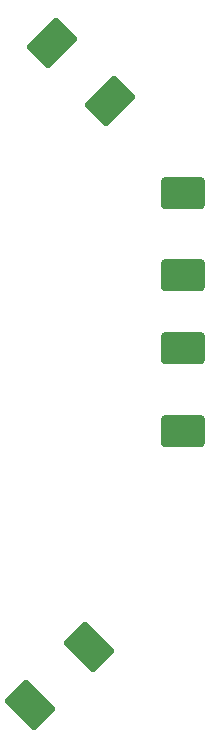
<source format=gbr>
%TF.GenerationSoftware,KiCad,Pcbnew,9.0.0*%
%TF.CreationDate,2025-07-22T11:18:37+01:00*%
%TF.ProjectId,Uncut Gem,556e6375-7420-4476-956d-2e6b69636164,rev?*%
%TF.SameCoordinates,Original*%
%TF.FileFunction,Paste,Bot*%
%TF.FilePolarity,Positive*%
%FSLAX46Y46*%
G04 Gerber Fmt 4.6, Leading zero omitted, Abs format (unit mm)*
G04 Created by KiCad (PCBNEW 9.0.0) date 2025-07-22 11:18:37*
%MOMM*%
%LPD*%
G01*
G04 APERTURE LIST*
G04 Aperture macros list*
%AMRoundRect*
0 Rectangle with rounded corners*
0 $1 Rounding radius*
0 $2 $3 $4 $5 $6 $7 $8 $9 X,Y pos of 4 corners*
0 Add a 4 corners polygon primitive as box body*
4,1,4,$2,$3,$4,$5,$6,$7,$8,$9,$2,$3,0*
0 Add four circle primitives for the rounded corners*
1,1,$1+$1,$2,$3*
1,1,$1+$1,$4,$5*
1,1,$1+$1,$6,$7*
1,1,$1+$1,$8,$9*
0 Add four rect primitives between the rounded corners*
20,1,$1+$1,$2,$3,$4,$5,0*
20,1,$1+$1,$4,$5,$6,$7,0*
20,1,$1+$1,$6,$7,$8,$9,0*
20,1,$1+$1,$8,$9,$2,$3,0*%
G04 Aperture macros list end*
%ADD10RoundRect,0.250000X-0.362392X-1.893278X1.893278X0.362392X0.362392X1.893278X-1.893278X-0.362392X0*%
%ADD11RoundRect,0.250000X-1.893278X0.362392X0.362392X-1.893278X1.893278X-0.362392X-0.362392X1.893278X0*%
%ADD12RoundRect,0.250000X-1.595000X-1.082500X1.595000X-1.082500X1.595000X1.082500X-1.595000X1.082500X0*%
G04 APERTURE END LIST*
D10*
%TO.C,J4*%
X152994796Y-71326922D03*
X157933937Y-76266063D03*
%TD*%
D11*
%TO.C,J1*%
X156133937Y-122433937D03*
X151194796Y-127373078D03*
%TD*%
D12*
%TO.C,J3*%
X164135000Y-84015000D03*
X164135000Y-91000000D03*
%TD*%
%TO.C,J2*%
X164135000Y-97200000D03*
X164135000Y-104185000D03*
%TD*%
M02*

</source>
